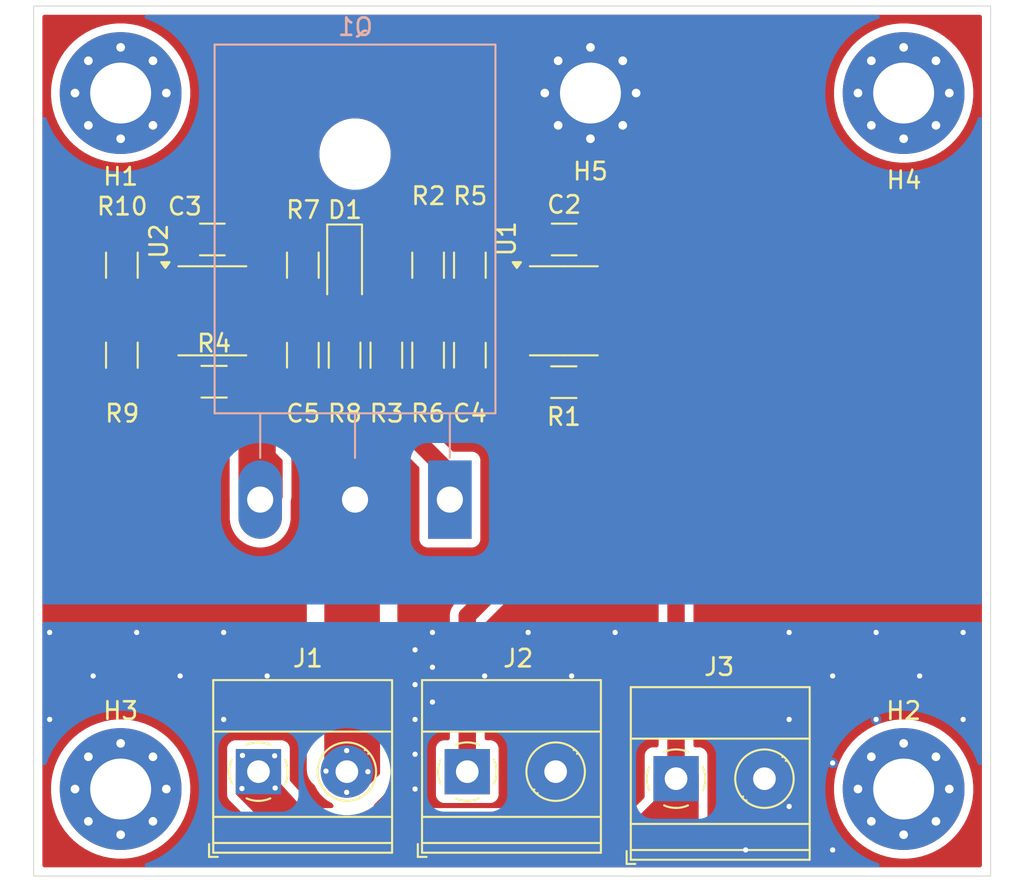
<source format=kicad_pcb>
(kicad_pcb (version 20241229) (generator "pcbnew") (generator_version "9.0")
  (layers (0 "F.Cu" signal) (2 "B.Cu" signal) (13 "F.Paste" user) (15 "B.Paste" user) (5 "F.SilkS" user "F.Silkscreen") (7 "B.SilkS" user "B.Silkscreen") (1 "F.Mask" user) (3 "B.Mask" user) (25 "Edge.Cuts" user))
  (net 0 "")
  (net 1 "+12V")
  (net 2 "GND")
  (net 3 "TH")
  (net 4 "Net-(Q1-B)")
  (net 5 "ISENCE")
  (net 6 "Net-(D1-A)")
  (net 7 "Net-(R2-Pad2)")
  (net 8 "Net-(U1A--)")
  (net 9 "Net-(U2B-+)")
  (net 10 "Net-(U2A--)")
  (net 11 "Net-(U2B--)")
  (net 13 "Net-(U1B-+)")
  (net 14 "Net-(D1-K)")
  (net 19 "HEATER")
  (footprint "Resistor_SMD:R_1206_3216Metric_Pad1.30x1.75mm_HandSolder" (layer "F.Cu") (at 114.55 63.8925 -90)
    (property "Reference" "R7" (at -3.1775 -0.02 0) (layer "F.SilkS"))
    (property "Value" "R")
    (fp_line (start -0.727064 0.91) (end 0.727064 0.91) (stroke (width 0.12)) (layer "F.SilkS"))
    (fp_line (start -0.727064 -0.91) (end 0.727064 -0.91) (stroke (width 0.12)) (layer "F.SilkS"))
    (pad "1" smd roundrect (at -1.55 0 270) (size 1.3 1.75) (layers "F.Cu" "F.Mask" "F.Paste") (roundrect_rratio 0.192308) (net 1 "+12V"))
    (pad "2" smd roundrect (at 1.55 0 270) (size 1.3 1.75) (layers "F.Cu" "F.Mask" "F.Paste") (roundrect_rratio 0.192308) (net 9 "Net-(U2B-+)"))
  )
  (footprint "MountingHole:MountingHole_3.5mm_Pad_Via" (layer "F.Cu") (at 149.08 54)
    (property "Reference" "H4" (at 0.02 5 0) (layer "F.SilkS"))
    (property "Value" "MountingHole_Pad")
    (pad "1" thru_hole circle (at -2.625 0) (size 0.8 0.8) (drill 0.5) (layers "*.Cu" "*.Mask"))
    (pad "1" thru_hole circle (at -1.856155 -1.856155) (size 0.8 0.8) (drill 0.5) (layers "*.Cu" "*.Mask"))
    (pad "1" thru_hole circle (at -1.856155 1.856155) (size 0.8 0.8) (drill 0.5) (layers "*.Cu" "*.Mask"))
    (pad "1" thru_hole circle (at 0 -2.625) (size 0.8 0.8) (drill 0.5) (layers "*.Cu" "*.Mask"))
    (pad "1" thru_hole circle (at 0 0) (size 7 7) (drill 3.5) (layers "*.Cu" "*.Mask"))
    (pad "1" thru_hole circle (at 0 2.625) (size 0.8 0.8) (drill 0.5) (layers "*.Cu" "*.Mask"))
    (pad "1" thru_hole circle (at 1.856155 -1.856155) (size 0.8 0.8) (drill 0.5) (layers "*.Cu" "*.Mask"))
    (pad "1" thru_hole circle (at 1.856155 1.856155) (size 0.8 0.8) (drill 0.5) (layers "*.Cu" "*.Mask"))
    (pad "1" thru_hole circle (at 2.625 0) (size 0.8 0.8) (drill 0.5) (layers "*.Cu" "*.Mask"))
  )
  (footprint "Resistor_SMD:R_1206_3216Metric_Pad1.30x1.75mm_HandSolder" (layer "F.Cu") (at 104.15 63.8925 90)
    (property "Reference" "R10" (at 3.3775 0.02 0) (layer "F.SilkS"))
    (property "Value" "R")
    (fp_line (start -0.727064 -0.91) (end 0.727064 -0.91) (stroke (width 0.12)) (layer "F.SilkS"))
    (fp_line (start -0.727064 0.91) (end 0.727064 0.91) (stroke (width 0.12)) (layer "F.SilkS"))
    (pad "1" smd roundrect (at -1.55 0 90) (size 1.3 1.75) (layers "F.Cu" "F.Mask" "F.Paste") (roundrect_rratio 0.192308) (net 10 "Net-(U2A--)"))
    (pad "2" smd roundrect (at 1.55 0 90) (size 1.3 1.75) (layers "F.Cu" "F.Mask" "F.Paste") (roundrect_rratio 0.192308) (net 11 "Net-(U2B--)"))
  )
  (footprint "TerminalBlock_Phoenix:TerminalBlock_Phoenix_MKDS-1,5-2-5.08_1x02_P5.08mm_Horizontal" (layer "F.Cu") (at 124 93)
    (property "Reference" "J2" (at 2.93 -6.51 0) (layer "F.SilkS"))
    (property "Value" "Conn_01x02")
    (fp_line (start -2.84 4.16) (end -2.84 4.9) (stroke (width 0.12)) (layer "F.SilkS"))
    (fp_line (start -2.84 4.9) (end -2.34 4.9) (stroke (width 0.12)) (layer "F.SilkS"))
    (fp_line (start -2.6 -5.261) (end -2.6 4.66) (stroke (width 0.12)) (layer "F.SilkS"))
    (fp_line (start -2.6 -5.261) (end 7.68 -5.261) (stroke (width 0.12)) (layer "F.SilkS"))
    (fp_line (start -2.6 -2.301) (end 7.68 -2.301) (stroke (width 0.12)) (layer "F.SilkS"))
    (fp_line (start -2.6 2.6) (end 7.68 2.6) (stroke (width 0.12)) (layer "F.SilkS"))
    (fp_line (start -2.6 4.1) (end 7.68 4.1) (stroke (width 0.12)) (layer "F.SilkS"))
    (fp_line (start -2.6 4.66) (end 7.68 4.66) (stroke (width 0.12)) (layer "F.SilkS"))
    (fp_line (start 3.853 1.023) (end 3.806 1.069) (stroke (width 0.12)) (layer "F.SilkS"))
    (fp_line (start 4.046 1.239) (end 4.011 1.274) (stroke (width 0.12)) (layer "F.SilkS"))
    (fp_line (start 6.15 -1.275) (end 6.115 -1.239) (stroke (width 0.12)) (layer "F.SilkS"))
    (fp_line (start 6.355 -1.069) (end 6.308 -1.023) (stroke (width 0.12)) (layer "F.SilkS"))
    (fp_line (start 7.68 -5.261) (end 7.68 4.66) (stroke (width 0.12)) (layer "F.SilkS"))
    (fp_arc (start -1.535427 0.683042) (mid -1.680501 -0.000524) (end -1.535 -0.684) (stroke (width 0.12)) (layer "F.SilkS"))
    (fp_arc (start -0.683042 -1.535427) (mid 0.000524 -1.680501) (end 0.684 -1.535) (stroke (width 0.12)) (layer "F.SilkS"))
    (fp_arc (start 0.028805 1.680253) (mid -0.335551 1.646659) (end -0.684 1.535) (stroke (width 0.12)) (layer "F.SilkS"))
    (fp_arc (start 0.683318 1.534756) (mid 0.349292 1.643288) (end 0 1.68) (stroke (width 0.12)) (layer "F.SilkS"))
    (fp_arc (start 1.535427 -0.683042) (mid 1.680501 0.000524) (end 1.535 0.684) (stroke (width 0.12)) (layer "F.SilkS"))
    (fp_circle (center 5.08 0) (end 6.76 0) (stroke (width 0.12)) (fill no) (layer "F.SilkS"))
    (pad "1" thru_hole rect (at 0 0) (size 2.6 2.6) (drill 1.3) (layers "*.Cu" "*.Mask") (net 3 "TH"))
    (pad "2" thru_hole circle (at 5.08 0) (size 2.6 2.6) (drill 1.3) (layers "*.Cu" "*.Mask") (net 2 "GND"))
  )
  (footprint "Package_SO:SOIC-8_3.9x4.9mm_P1.27mm" (layer "F.Cu") (at 129.55 66.515)
    (property "Reference" "U1" (at -3.28 -4.14 270) (layer "F.SilkS"))
    (property "Value" "LM358")
    (fp_line (start 0 -2.56) (end -1.95 -2.56) (stroke (width 0.12)) (layer "F.SilkS"))
    (fp_line (start 0 -2.56) (end 1.95 -2.56) (stroke (width 0.12)) (layer "F.SilkS"))
    (fp_line (start 0 2.56) (end -1.95 2.56) (stroke (width 0.12)) (layer "F.SilkS"))
    (fp_line (start 0 2.56) (end 1.95 2.56) (stroke (width 0.12)) (layer "F.SilkS"))
    (fp_poly (pts (xy -2.7 -2.465) (xy -2.94 -2.795) (xy -2.46 -2.795) (xy -2.7 -2.465)) (stroke (width 0.12)) (fill yes) (layer "F.SilkS"))
    (pad "1" smd roundrect (at -2.475 -1.905) (size 1.95 0.6) (layers "F.Cu" "F.Mask" "F.Paste") (net 7 "Net-(R2-Pad2)"))
    (pad "2" smd roundrect (at -2.475 -0.635) (size 1.95 0.6) (layers "F.Cu" "F.Mask" "F.Paste") (net 8 "Net-(U1A--)"))
    (pad "3" smd roundrect (at -2.475 0.635) (size 1.95 0.6) (layers "F.Cu" "F.Mask" "F.Paste") (net 3 "TH"))
    (pad "4" smd roundrect (at -2.475 1.905) (size 1.95 0.6) (layers "F.Cu" "F.Mask" "F.Paste") (net 2 "GND"))
    (pad "5" smd roundrect (at 2.475 1.905) (size 1.95 0.6) (layers "F.Cu" "F.Mask" "F.Paste") (net 13 "Net-(U1B-+)"))
    (pad "6" smd roundrect (at 2.475 0.635) (size 1.95 0.6) (layers "F.Cu" "F.Mask" "F.Paste"))
    (pad "7" smd roundrect (at 2.475 -0.635) (size 1.95 0.6) (layers "F.Cu" "F.Mask" "F.Paste") (net 13 "Net-(U1B-+)"))
    (pad "8" smd roundrect (at 2.475 -1.905) (size 1.95 0.6) (layers "F.Cu" "F.Mask" "F.Paste") (net 1 "+12V"))
  )
  (footprint "MountingHole:MountingHole_3.5mm_Pad_Via" (layer "F.Cu") (at 149.08 94)
    (property "Reference" "H2" (at 0 -4.5 0) (layer "F.SilkS"))
    (property "Value" "MountingHole_Pad")
    (pad "1" thru_hole circle (at -2.625 0) (size 0.8 0.8) (drill 0.5) (layers "*.Cu" "*.Mask"))
    (pad "1" thru_hole circle (at -1.856155 -1.856155) (size 0.8 0.8) (drill 0.5) (layers "*.Cu" "*.Mask"))
    (pad "1" thru_hole circle (at -1.856155 1.856155) (size 0.8 0.8) (drill 0.5) (layers "*.Cu" "*.Mask"))
    (pad "1" thru_hole circle (at 0 -2.625) (size 0.8 0.8) (drill 0.5) (layers "*.Cu" "*.Mask"))
    (pad "1" thru_hole circle (at 0 0) (size 7 7) (drill 3.5) (layers "*.Cu" "*.Mask"))
    (pad "1" thru_hole circle (at 0 2.625) (size 0.8 0.8) (drill 0.5) (layers "*.Cu" "*.Mask"))
    (pad "1" thru_hole circle (at 1.856155 -1.856155) (size 0.8 0.8) (drill 0.5) (layers "*.Cu" "*.Mask"))
    (pad "1" thru_hole circle (at 1.856155 1.856155) (size 0.8 0.8) (drill 0.5) (layers "*.Cu" "*.Mask"))
    (pad "1" thru_hole circle (at 2.625 0) (size 0.8 0.8) (drill 0.5) (layers "*.Cu" "*.Mask"))
  )
  (footprint "Capacitor_SMD:C_1206_3216Metric_Pad1.33x1.80mm_HandSolder" (layer "F.Cu") (at 124.15 69.065 90)
    (property "Reference" "C4" (at -3.34 0 0) (layer "F.SilkS"))
    (property "Value" "C")
    (fp_line (start -0.711252 -0.91) (end 0.711252 -0.91) (stroke (width 0.12)) (layer "F.SilkS"))
    (fp_line (start -0.711252 0.91) (end 0.711252 0.91) (stroke (width 0.12)) (layer "F.SilkS"))
    (pad "1" smd roundrect (at -1.5625 0 90) (size 1.325 1.8) (layers "F.Cu" "F.Mask" "F.Paste") (roundrect_rratio 0.188679) (net 2 "GND"))
    (pad "2" smd roundrect (at 1.5625 0 90) (size 1.325 1.8) (layers "F.Cu" "F.Mask" "F.Paste") (roundrect_rratio 0.188679) (net 8 "Net-(U1A--)"))
  )
  (footprint "Resistor_SMD:R_1206_3216Metric_Pad1.30x1.75mm_HandSolder" (layer "F.Cu") (at 124.15 63.8925 -90)
    (property "Reference" "R5" (at -3.9775 -0.02 0) (layer "F.SilkS"))
    (property "Value" "R")
    (fp_line (start -0.727064 0.91) (end 0.727064 0.91) (stroke (width 0.12)) (layer "F.SilkS"))
    (fp_line (start -0.727064 -0.91) (end 0.727064 -0.91) (stroke (width 0.12)) (layer "F.SilkS"))
    (pad "1" smd roundrect (at -1.55 0 270) (size 1.3 1.75) (layers "F.Cu" "F.Mask" "F.Paste") (roundrect_rratio 0.192308) (net 1 "+12V"))
    (pad "2" smd roundrect (at 1.55 0 270) (size 1.3 1.75) (layers "F.Cu" "F.Mask" "F.Paste") (roundrect_rratio 0.192308) (net 8 "Net-(U1A--)"))
  )
  (footprint "Capacitor_SMD:C_1206_3216Metric_Pad1.33x1.80mm_HandSolder" (layer "F.Cu") (at 109.35 62.415 180)
    (property "Reference" "C3" (at 1.58 1.9 0) (layer "F.SilkS"))
    (property "Value" "C")
    (fp_line (start -0.711252 0.91) (end 0.711252 0.91) (stroke (width 0.12)) (layer "F.SilkS"))
    (fp_line (start -0.711252 -0.91) (end 0.711252 -0.91) (stroke (width 0.12)) (layer "F.SilkS"))
    (pad "1" smd roundrect (at -1.5625 0 180) (size 1.325 1.8) (layers "F.Cu" "F.Mask" "F.Paste") (roundrect_rratio 0.188679) (net 1 "+12V"))
    (pad "2" smd roundrect (at 1.5625 0 180) (size 1.325 1.8) (layers "F.Cu" "F.Mask" "F.Paste") (roundrect_rratio 0.188679) (net 2 "GND"))
  )
  (footprint "MountingHole:MountingHole_3.5mm_Pad_Via" (layer "F.Cu") (at 131.08 54 180)
    (property "Reference" "H5" (at 0 -4.5 0) (layer "F.SilkS"))
    (property "Value" "MountingHole_Pad")
    (pad "1" thru_hole circle (at -2.625 0 180) (size 0.8 0.8) (drill 0.5) (layers "*.Cu" "*.Mask") (net 19 "HEATER"))
    (pad "1" thru_hole circle (at -1.856155 -1.856155 180) (size 0.8 0.8) (drill 0.5) (layers "*.Cu" "*.Mask") (net 19 "HEATER"))
    (pad "1" thru_hole circle (at -1.856155 1.856155 180) (size 0.8 0.8) (drill 0.5) (layers "*.Cu" "*.Mask") (net 19 "HEATER"))
    (pad "1" thru_hole circle (at 0 -2.625 180) (size 0.8 0.8) (drill 0.5) (layers "*.Cu" "*.Mask") (net 19 "HEATER"))
    (pad "1" thru_hole circle (at 0 0 180) (size 7 7) (drill 3.5) (layers "*.Cu" "*.Mask") (net 19 "HEATER"))
    (pad "1" thru_hole circle (at 0 2.625 180) (size 0.8 0.8) (drill 0.5) (layers "*.Cu" "*.Mask") (net 19 "HEATER"))
    (pad "1" thru_hole circle (at 1.856155 -1.856155 180) (size 0.8 0.8) (drill 0.5) (layers "*.Cu" "*.Mask") (net 19 "HEATER"))
    (pad "1" thru_hole circle (at 1.856155 1.856155 180) (size 0.8 0.8) (drill 0.5) (layers "*.Cu" "*.Mask") (net 19 "HEATER"))
    (pad "1" thru_hole circle (at 2.625 0 180) (size 0.8 0.8) (drill 0.5) (layers "*.Cu" "*.Mask") (net 19 "HEATER"))
  )
  (footprint "Resistor_SMD:R_1206_3216Metric_Pad1.30x1.75mm_HandSolder" (layer "F.Cu") (at 109.45 70.59 180)
    (property "Reference" "R4" (at 0 2.2 0) (layer "F.SilkS"))
    (property "Value" "R")
    (fp_line (start -0.727064 0.91) (end 0.727064 0.91) (stroke (width 0.12)) (layer "F.SilkS"))
    (fp_line (start -0.727064 -0.91) (end 0.727064 -0.91) (stroke (width 0.12)) (layer "F.SilkS"))
    (pad "1" smd roundrect (at -1.55 0 180) (size 1.3 1.75) (layers "F.Cu" "F.Mask" "F.Paste") (roundrect_rratio 0.192308) (net 5 "ISENCE"))
    (pad "2" smd roundrect (at 1.55 0 180) (size 1.3 1.75) (layers "F.Cu" "F.Mask" "F.Paste") (roundrect_rratio 0.192308) (net 2 "GND"))
  )
  (footprint "MountingHole:MountingHole_3.5mm_Pad_Via" (layer "F.Cu") (at 104.08 94)
    (property "Reference" "H3" (at 0 -4.5 0) (layer "F.SilkS"))
    (property "Value" "MountingHole_Pad")
    (pad "1" thru_hole circle (at -2.625 0) (size 0.8 0.8) (drill 0.5) (layers "*.Cu" "*.Mask"))
    (pad "1" thru_hole circle (at -1.856155 -1.856155) (size 0.8 0.8) (drill 0.5) (layers "*.Cu" "*.Mask"))
    (pad "1" thru_hole circle (at -1.856155 1.856155) (size 0.8 0.8) (drill 0.5) (layers "*.Cu" "*.Mask"))
    (pad "1" thru_hole circle (at 0 -2.625) (size 0.8 0.8) (drill 0.5) (layers "*.Cu" "*.Mask"))
    (pad "1" thru_hole circle (at 0 0) (size 7 7) (drill 3.5) (layers "*.Cu" "*.Mask"))
    (pad "1" thru_hole circle (at 0 2.625) (size 0.8 0.8) (drill 0.5) (layers "*.Cu" "*.Mask"))
    (pad "1" thru_hole circle (at 1.856155 -1.856155) (size 0.8 0.8) (drill 0.5) (layers "*.Cu" "*.Mask"))
    (pad "1" thru_hole circle (at 1.856155 1.856155) (size 0.8 0.8) (drill 0.5) (layers "*.Cu" "*.Mask"))
    (pad "1" thru_hole circle (at 2.625 0) (size 0.8 0.8) (drill 0.5) (layers "*.Cu" "*.Mask"))
  )
  (footprint "Capacitor_SMD:C_1206_3216Metric_Pad1.33x1.80mm_HandSolder" (layer "F.Cu") (at 129.57 62.415 180)
    (property "Reference" "C2" (at 0 2 0) (layer "F.SilkS"))
    (property "Value" "C")
    (fp_line (start -0.711252 0.91) (end 0.711252 0.91) (stroke (width 0.12)) (layer "F.SilkS"))
    (fp_line (start -0.711252 -0.91) (end 0.711252 -0.91) (stroke (width 0.12)) (layer "F.SilkS"))
    (pad "1" smd roundrect (at -1.5625 0 180) (size 1.325 1.8) (layers "F.Cu" "F.Mask" "F.Paste") (roundrect_rratio 0.188679) (net 1 "+12V"))
    (pad "2" smd roundrect (at 1.5625 0 180) (size 1.325 1.8) (layers "F.Cu" "F.Mask" "F.Paste") (roundrect_rratio 0.188679) (net 2 "GND"))
  )
  (footprint "Resistor_SMD:R_1206_3216Metric_Pad1.30x1.75mm_HandSolder" (layer "F.Cu") (at 121.75 63.8925 -90)
    (property "Reference" "R2" (at -3.9775 -0.02 0) (layer "F.SilkS"))
    (property "Value" "R")
    (fp_line (start -0.727064 0.91) (end 0.727064 0.91) (stroke (width 0.12)) (layer "F.SilkS"))
    (fp_line (start -0.727064 -0.91) (end 0.727064 -0.91) (stroke (width 0.12)) (layer "F.SilkS"))
    (pad "1" smd roundrect (at -1.55 0 270) (size 1.3 1.75) (layers "F.Cu" "F.Mask" "F.Paste") (roundrect_rratio 0.192308) (net 6 "Net-(D1-A)"))
    (pad "2" smd roundrect (at 1.55 0 270) (size 1.3 1.75) (layers "F.Cu" "F.Mask" "F.Paste") (roundrect_rratio 0.192308) (net 7 "Net-(R2-Pad2)"))
  )
  (footprint "Package_SO:SOIC-8_3.9x4.9mm_P1.27mm" (layer "F.Cu") (at 109.35 66.515)
    (property "Reference" "U2" (at -3.08 -4 90) (layer "F.SilkS"))
    (property "Value" "LM358")
    (fp_line (start 0 -2.56) (end -1.95 -2.56) (stroke (width 0.12)) (layer "F.SilkS"))
    (fp_line (start 0 -2.56) (end 1.95 -2.56) (stroke (width 0.12)) (layer "F.SilkS"))
    (fp_line (start 0 2.56) (end -1.95 2.56) (stroke (width 0.12)) (layer "F.SilkS"))
    (fp_line (start 0 2.56) (end 1.95 2.56) (stroke (width 0.12)) (layer "F.SilkS"))
    (fp_poly (pts (xy -2.7 -2.465) (xy -2.94 -2.795) (xy -2.46 -2.795) (xy -2.7 -2.465)) (stroke (width 0.12)) (fill yes) (layer "F.SilkS"))
    (pad "1" smd roundrect (at -2.475 -1.905) (size 1.95 0.6) (layers "F.Cu" "F.Mask" "F.Paste") (net 11 "Net-(U2B--)"))
    (pad "2" smd roundrect (at -2.475 -0.635) (size 1.95 0.6) (layers "F.Cu" "F.Mask" "F.Paste") (net 10 "Net-(U2A--)"))
    (pad "3" smd roundrect (at -2.475 0.635) (size 1.95 0.6) (layers "F.Cu" "F.Mask" "F.Paste") (net 5 "ISENCE"))
    (pad "4" smd roundrect (at -2.475 1.905) (size 1.95 0.6) (layers "F.Cu" "F.Mask" "F.Paste") (net 2 "GND"))
    (pad "5" smd roundrect (at 2.475 1.905) (size 1.95 0.6) (layers "F.Cu" "F.Mask" "F.Paste") (net 9 "Net-(U2B-+)"))
    (pad "6" smd roundrect (at 2.475 0.635) (size 1.95 0.6) (layers "F.Cu" "F.Mask" "F.Paste") (net 11 "Net-(U2B--)"))
    (pad "7" smd roundrect (at 2.475 -0.635) (size 1.95 0.6) (layers "F.Cu" "F.Mask" "F.Paste") (net 14 "Net-(D1-K)"))
    (pad "8" smd roundrect (at 2.475 -1.905) (size 1.95 0.6) (layers "F.Cu" "F.Mask" "F.Paste") (net 1 "+12V"))
  )
  (footprint "TerminalBlock_Phoenix:TerminalBlock_Phoenix_MKDS-1,5-2-5.08_1x02_P5.08mm_Horizontal" (layer "F.Cu") (at 136 93.405)
    (property "Reference" "J3" (at 2.48 -6.425 0) (layer "F.SilkS"))
    (property "Value" "Conn_01x02")
    (fp_line (start -2.84 4.16) (end -2.84 4.9) (stroke (width 0.12)) (layer "F.SilkS"))
    (fp_line (start -2.84 4.9) (end -2.34 4.9) (stroke (width 0.12)) (layer "F.SilkS"))
    (fp_line (start -2.6 -5.261) (end -2.6 4.66) (stroke (width 0.12)) (layer "F.SilkS"))
    (fp_line (start -2.6 -5.261) (end 7.68 -5.261) (stroke (width 0.12)) (layer "F.SilkS"))
    (fp_line (start -2.6 -2.301) (end 7.68 -2.301) (stroke (width 0.12)) (layer "F.SilkS"))
    (fp_line (start -2.6 2.6) (end 7.68 2.6) (stroke (width 0.12)) (layer "F.SilkS"))
    (fp_line (start -2.6 4.1) (end 7.68 4.1) (stroke (width 0.12)) (layer "F.SilkS"))
    (fp_line (start -2.6 4.66) (end 7.68 4.66) (stroke (width 0.12)) (layer "F.SilkS"))
    (fp_line (start 3.853 1.023) (end 3.806 1.069) (stroke (width 0.12)) (layer "F.SilkS"))
    (fp_line (start 4.046 1.239) (end 4.011 1.274) (stroke (width 0.12)) (layer "F.SilkS"))
    (fp_line (start 6.15 -1.275) (end 6.115 -1.239) (stroke (width 0.12)) (layer "F.SilkS"))
    (fp_line (start 6.355 -1.069) (end 6.308 -1.023) (stroke (width 0.12)) (layer "F.SilkS"))
    (fp_line (start 7.68 -5.261) (end 7.68 4.66) (stroke (width 0.12)) (layer "F.SilkS"))
    (fp_arc (start -1.535427 0.683042) (mid -1.680501 -0.000524) (end -1.535 -0.684) (stroke (width 0.12)) (layer "F.SilkS"))
    (fp_arc (start -0.683042 -1.535427) (mid 0.000524 -1.680501) (end 0.684 -1.535) (stroke (width 0.12)) (layer "F.SilkS"))
    (fp_arc (start 0.028805 1.680253) (mid -0.335551 1.646659) (end -0.684 1.535) (stroke (width 0.12)) (layer "F.SilkS"))
    (fp_arc (start 0.683318 1.534756) (mid 0.349292 1.643288) (end 0 1.68) (stroke (width 0.12)) (layer "F.SilkS"))
    (fp_arc (start 1.535427 -0.683042) (mid 1.680501 0.000524) (end 1.535 0.684) (stroke (width 0.12)) (layer "F.SilkS"))
    (fp_circle (center 5.08 0) (end 6.76 0) (stroke (width 0.12)) (fill no) (layer "F.SilkS"))
    (pad "1" thru_hole rect (at 0 0) (size 2.6 2.6) (drill 1.3) (layers "*.Cu" "*.Mask") (net 1 "+12V"))
    (pad "2" thru_hole circle (at 5.08 0) (size 2.6 2.6) (drill 1.3) (layers "*.Cu" "*.Mask") (net 2 "GND"))
  )
  (footprint "Diode_SMD:D_SOD-123" (layer "F.Cu") (at 116.95 63.915 -90)
    (property "Reference" "D1" (at -3.2 -0.02 0) (layer "F.SilkS"))
    (property "Value" "1N4148W")
    (fp_line (start -2.36 1) (end 1.65 1) (stroke (width 0.12)) (layer "F.SilkS"))
    (fp_line (start -2.36 -1) (end -2.36 1) (stroke (width 0.12)) (layer "F.SilkS"))
    (fp_line (start -2.36 -1) (end 1.65 -1) (stroke (width 0.12)) (layer "F.SilkS"))
    (pad "1" smd roundrect (at -1.65 0 270) (size 0.9 1.2) (layers "F.Cu" "F.Mask" "F.Paste") (net 14 "Net-(D1-K)"))
    (pad "2" smd roundrect (at 1.65 0 270) (size 0.9 1.2) (layers "F.Cu" "F.Mask" "F.Paste") (net 6 "Net-(D1-A)"))
  )
  (footprint "Resistor_SMD:R_1206_3216Metric_Pad1.30x1.75mm_HandSolder" (layer "F.Cu") (at 121.75 69.065 -90)
    (property "Reference" "R6" (at 3.34 0 180) (layer "F.SilkS"))
    (property "Value" "R")
    (fp_line (start -0.727064 0.91) (end 0.727064 0.91) (stroke (width 0.12)) (layer "F.SilkS"))
    (fp_line (start -0.727064 -0.91) (end 0.727064 -0.91) (stroke (width 0.12)) (layer "F.SilkS"))
    (pad "1" smd roundrect (at -1.55 0 270) (size 1.3 1.75) (layers "F.Cu" "F.Mask" "F.Paste") (roundrect_rratio 0.192308) (net 8 "Net-(U1A--)"))
    (pad "2" smd roundrect (at 1.55 0 270) (size 1.3 1.75) (layers "F.Cu" "F.Mask" "F.Paste") (roundrect_rratio 0.192308) (net 2 "GND"))
  )
  (footprint "Resistor_SMD:R_1206_3216Metric_Pad1.30x1.75mm_HandSolder" (layer "F.Cu") (at 129.55 70.615 180)
    (property "Reference" "R1" (at 0 -1.99 180) (layer "F.SilkS"))
    (property "Value" "R")
    (fp_line (start -0.727064 0.91) (end 0.727064 0.91) (stroke (width 0.12)) (layer "F.SilkS"))
    (fp_line (start -0.727064 -0.91) (end 0.727064 -0.91) (stroke (width 0.12)) (layer "F.SilkS"))
    (pad "1" smd roundrect (at -1.55 0 180) (size 1.3 1.75) (layers "F.Cu" "F.Mask" "F.Paste") (roundrect_rratio 0.192308) (net 1 "+12V"))
    (pad "2" smd roundrect (at 1.55 0 180) (size 1.3 1.75) (layers "F.Cu" "F.Mask" "F.Paste") (roundrect_rratio 0.192308) (net 3 "TH"))
  )
  (footprint "Resistor_SMD:R_1206_3216Metric_Pad1.30x1.75mm_HandSolder" (layer "F.Cu") (at 104.15 69.065 90)
    (property "Reference" "R9" (at -3.35 0.02 0) (layer "F.SilkS"))
    (property "Value" "R")
    (fp_line (start -0.727064 -0.91) (end 0.727064 -0.91) (stroke (width 0.12)) (layer "F.SilkS"))
    (fp_line (start -0.727064 0.91) (end 0.727064 0.91) (stroke (width 0.12)) (layer "F.SilkS"))
    (pad "1" smd roundrect (at -1.55 0 90) (size 1.3 1.75) (layers "F.Cu" "F.Mask" "F.Paste") (roundrect_rratio 0.192308) (net 2 "GND"))
    (pad "2" smd roundrect (at 1.55 0 90) (size 1.3 1.75) (layers "F.Cu" "F.Mask" "F.Paste") (roundrect_rratio 0.192308) (net 10 "Net-(U2A--)"))
  )
  (footprint "TerminalBlock_Phoenix:TerminalBlock_Phoenix_MKDS-1,5-2-5.08_1x02_P5.08mm_Horizontal" (layer "F.Cu") (at 112 93)
    (property "Reference" "J1" (at 2.84 -6.51 0) (layer "F.SilkS"))
    (property "Value" "Conn_01x02")
    (fp_line (start -2.84 4.16) (end -2.84 4.9) (stroke (width 0.12)) (layer "F.SilkS"))
    (fp_line (start -2.84 4.9) (end -2.34 4.9) (stroke (width 0.12)) (layer "F.SilkS"))
    (fp_line (start -2.6 -5.261) (end -2.6 4.66) (stroke (width 0.12)) (layer "F.SilkS"))
    (fp_line (start -2.6 -5.261) (end 7.68 -5.261) (stroke (width 0.12)) (layer "F.SilkS"))
    (fp_line (start -2.6 -2.301) (end 7.68 -2.301) (stroke (width 0.12)) (layer "F.SilkS"))
    (fp_line (start -2.6 2.6) (end 7.68 2.6) (stroke (width 0.12)) (layer "F.SilkS"))
    (fp_line (start -2.6 4.1) (end 7.68 4.1) (stroke (width 0.12)) (layer "F.SilkS"))
    (fp_line (start -2.6 4.66) (end 7.68 4.66) (stroke (width 0.12)) (layer "F.SilkS"))
    (fp_line (start 3.853 1.023) (end 3.806 1.069) (stroke (width 0.12)) (layer "F.SilkS"))
    (fp_line (start 4.046 1.239) (end 4.011 1.274) (stroke (width 0.12)) (layer "F.SilkS"))
    (fp_line (start 6.15 -1.275) (end 6.115 -1.239) (stroke (width 0.12)) (layer "F.SilkS"))
    (fp_line (start 6.355 -1.069) (end 6.308 -1.023) (stroke (width 0.12)) (layer "F.SilkS"))
    (fp_line (start 7.68 -5.261) (end 7.68 4.66) (stroke (width 0.12)) (layer "F.SilkS"))
    (fp_arc (start -1.535427 0.683042) (mid -1.680501 -0.000524) (end -1.535 -0.684) (stroke (width 0.12)) (layer "F.SilkS"))
    (fp_arc (start -0.683042 -1.535427) (mid 0.000524 -1.680501) (end 0.684 -1.535) (stroke (width 0.12)) (layer "F.SilkS"))
    (fp_arc (start 0.028805 1.680253) (mid -0.335551 1.646659) (end -0.684 1.535) (stroke (width 0.12)) (layer "F.SilkS"))
    (fp_arc (start 0.683318 1.534756) (mid 0.349292 1.643288) (end 0 1.68) (stroke (width 0.12)) (layer "F.SilkS"))
    (fp_arc (start 1.535427 -0.683042) (mid 1.680501 0.000524) (end 1.535 0.684) (stroke (width 0.12)) (layer "F.SilkS"))
    (fp_circle (center 5.08 0) (end 6.76 0) (stroke (width 0.12)) (fill no) (layer "F.SilkS"))
    (pad "1" thru_hole rect (at 0 0) (size 2.6 2.6) (drill 1.3) (layers "*.Cu" "*.Mask") (net 1 "+12V"))
    (pad "2" thru_hole oval (at 5.08 0) (size 3 3) (drill 1.3) (layers "*.Cu" "*.Mask") (net 19 "HEATER"))
  )
  (footprint "MountingHole:MountingHole_3.5mm_Pad_Via" (layer "F.Cu") (at 104.08 54)
    (property "Reference" "H1" (at 0 4.8 0) (layer "F.SilkS"))
    (property "Value" "MountingHole_Pad")
    (pad "1" thru_hole circle (at -2.625 0) (size 0.8 0.8) (drill 0.5) (layers "*.Cu" "*.Mask"))
    (pad "1" thru_hole circle (at -1.856155 -1.856155) (size 0.8 0.8) (drill 0.5) (layers "*.Cu" "*.Mask"))
    (pad "1" thru_hole circle (at -1.856155 1.856155) (size 0.8 0.8) (drill 0.5) (layers "*.Cu" "*.Mask"))
    (pad "1" thru_hole circle (at 0 -2.625) (size 0.8 0.8) (drill 0.5) (layers "*.Cu" "*.Mask"))
    (pad "1" thru_hole circle (at 0 0) (size 7 7) (drill 3.5) (layers "*.Cu" "*.Mask"))
    (pad "1" thru_hole circle (at 0 2.625) (size 0.8 0.8) (drill 0.5) (layers "*.Cu" "*.Mask"))
    (pad "1" thru_hole circle (at 1.856155 -1.856155) (size 0.8 0.8) (drill 0.5) (layers "*.Cu" "*.Mask"))
    (pad "1" thru_hole circle (at 1.856155 1.856155) (size 0.8 0.8) (drill 0.5) (layers "*.Cu" "*.Mask"))
    (pad "1" thru_hole circle (at 2.625 0) (size 0.8 0.8) (drill 0.5) (layers "*.Cu" "*.Mask"))
  )
  (footprint "Resistor_SMD:R_1206_3216Metric_Pad1.30x1.75mm_HandSolder" (layer "F.Cu") (at 116.95 69.065 -90)
    (property "Reference" "R8" (at 3.35 -0.02 0) (layer "F.SilkS"))
    (property "Value" "R")
    (fp_line (start -0.727064 0.91) (end 0.727064 0.91) (stroke (width 0.12)) (layer "F.SilkS"))
    (fp_line (start -0.727064 -0.91) (end 0.727064 -0.91) (stroke (width 0.12)) (layer "F.SilkS"))
    (pad "1" smd roundrect (at -1.55 0 270) (size 1.3 1.75) (layers "F.Cu" "F.Mask" "F.Paste") (roundrect_rratio 0.192308) (net 9 "Net-(U2B-+)"))
    (pad "2" smd roundrect (at 1.55 0 270) (size 1.3 1.75) (layers "F.Cu" "F.Mask" "F.Paste") (roundrect_rratio 0.192308) (net 2 "GND"))
  )
  (footprint "Capacitor_SMD:C_1206_3216Metric_Pad1.33x1.80mm_HandSolder" (layer "F.Cu") (at 114.55 69.065 -90)
    (property "Reference" "C5" (at 3.35 -0.02 0) (layer "F.SilkS"))
    (property "Value" "C")
    (fp_line (start -0.711252 0.91) (end 0.711252 0.91) (stroke (width 0.12)) (layer "F.SilkS"))
    (fp_line (start -0.711252 -0.91) (end 0.711252 -0.91) (stroke (width 0.12)) (layer "F.SilkS"))
    (pad "1" smd roundrect (at -1.5625 0 270) (size 1.325 1.8) (layers "F.Cu" "F.Mask" "F.Paste") (roundrect_rratio 0.188679) (net 9 "Net-(U2B-+)"))
    (pad "2" smd roundrect (at 1.5625 0 270) (size 1.325 1.8) (layers "F.Cu" "F.Mask" "F.Paste") (roundrect_rratio 0.188679) (net 2 "GND"))
  )
  (footprint "Resistor_SMD:R_1206_3216Metric_Pad1.30x1.75mm_HandSolder" (layer "F.Cu") (at 119.35 69.065 -90)
    (property "Reference" "R3" (at 3.35 -0.02 0) (layer "F.SilkS"))
    (property "Value" "R")
    (fp_line (start -0.727064 0.91) (end 0.727064 0.91) (stroke (width 0.12)) (layer "F.SilkS"))
    (fp_line (start -0.727064 -0.91) (end 0.727064 -0.91) (stroke (width 0.12)) (layer "F.SilkS"))
    (pad "1" smd roundrect (at -1.55 0 270) (size 1.3 1.75) (layers "F.Cu" "F.Mask" "F.Paste") (roundrect_rratio 0.192308) (net 6 "Net-(D1-A)"))
    (pad "2" smd roundrect (at 1.55 0 270) (size 1.3 1.75) (layers "F.Cu" "F.Mask" "F.Paste") (roundrect_rratio 0.192308) (net 4 "Net-(Q1-B)"))
  )
  (footprint "Package_TO_SOT_THT:TO-247-3_Horizontal_TabDown" (layer "B.Cu") (at 123 77.365 180)
    (property "Reference" "Q1" (at 5.43 27.165 0) (layer "B.SilkS") (effects (justify mirror)))
    (property "Value" "TIP3055G")
    (fp_line (start 13.52 26.15) (end -2.62 26.15) (stroke (width 0.12)) (layer "B.SilkS"))
    (fp_line (start 13.52 4.96) (end 13.52 26.15) (stroke (width 0.12)) (layer "B.SilkS"))
    (fp_line (start 13.52 4.96) (end -2.62 4.96) (stroke (width 0.12)) (layer "B.SilkS"))
    (fp_line (start 10.9 2.4) (end 10.9 4.96) (stroke (width 0.12)) (layer "B.SilkS"))
    (fp_line (start 5.45 2.4) (end 5.45 4.96) (stroke (width 0.12)) (layer "B.SilkS"))
    (fp_line (start 0 2.4) (end 0 4.96) (stroke (width 0.12)) (layer "B.SilkS"))
    (fp_line (start -2.62 4.96) (end -2.62 26.15) (stroke (width 0.12)) (layer "B.SilkS"))
    (pad "" np_thru_hole circle (at 5.45 19.86 180) (size 3.6 3.6) (drill 3.6) (layers "*.Cu" "*.Mask"))
    (pad "1" thru_hole rect (at 0 0 180) (size 2.5 4.5) (drill 1.5) (layers "*.Cu" "*.Mask") (net 4 "Net-(Q1-B)"))
    (pad "2" thru_hole oval (at 5.45 0 180) (size 2.5 4.5) (drill 1.5) (layers "*.Cu" "*.Mask") (net 19 "HEATER"))
    (pad "3" thru_hole oval (at 10.9 0 180) (size 2.5 4.5) (drill 1.5) (layers "*.Cu" "*.Mask") (net 5 "ISENCE"))
  )
  (gr_rect (start 99.08 49) (end 154.08 99) (stroke (width 0.05)) (fill no) (layer "Edge.Cuts"))
  (segment (start 131.1325 62.415) (end 131.1325 63.7175) (width 0.5) (layer "F.Cu") (net 1))
  (segment (start 131.19 62.39) (end 131.15 62.43) (width 1) (layer "F.Cu") (net 1))
  (segment (start 129.95 63.5975) (end 131.1325 62.415) (width 0.5) (layer "F.Cu") (net 1))
  (segment (start 111.825 63.3275) (end 110.9125 62.415) (width 0.5) (layer "F.Cu") (net 1))
  (segment (start 127.25995 63.805) (end 129.7425 63.805) (width 0.5) (layer "F.Cu") (net 1))
  (segment (start 111.82 60.2) (end 110.9125 61.1075) (width 0.5) (layer "F.Cu") (net 1))
  (segment (start 129.95 69.465) (end 129.95 63.5975) (width 0.5) (layer "F.Cu") (net 1))
  (segment (start 114.55 62.3425) (end 114.5425 62.35) (width 0.5) (layer "F.Cu") (net 1))
  (segment (start 126.557818 63.315) (end 126.76995 63.315) (width 0.5) (layer "F.Cu") (net 1))
  (segment (start 129.7425 63.805) (end 131.1325 62.415) (width 0.5) (layer "F.Cu") (net 1))
  (segment (start 136 93.405) (end 136 64.5) (width 1) (layer "F.Cu") (net 1))
  (segment (start 110.9775 62.35) (end 110.9125 62.415) (width 0.5) (layer "F.Cu") (net 1))
  (segment (start 133.89 62.39) (end 131.19 62.39) (width 1) (layer "F.Cu") (net 1))
  (segment (start 124.15 62.3425) (end 124.15 60.93) (width 0.5) (layer "F.Cu") (net 1))
  (segment (start 124.15 62.3425) (end 125.585318 62.3425) (width 0.5) (layer "F.Cu") (net 1))
  (segment (start 111.825 64.61) (end 111.825 63.3275) (width 0.5) (layer "F.Cu") (net 1))
  (segment (start 123.42 60.2) (end 111.82 60.2) (width 0.5) (layer "F.Cu") (net 1))
  (segment (start 125.585318 62.3425) (end 126.557818 63.315) (width 0.5) (layer "F.Cu") (net 1))
  (segment (start 131.1325 63.7175) (end 132.025 64.61) (width 0.5) (layer "F.Cu") (net 1))
  (segment (start 110.9125 61.1075) (end 110.9125 62.415) (width 0.5) (layer "F.Cu") (net 1))
  (segment (start 114.5425 62.35) (end 110.9775 62.35) (width 0.5) (layer "F.Cu") (net 1))
  (segment (start 124.15 60.93) (end 123.42 60.2) (width 0.5) (layer "F.Cu") (net 1))
  (segment (start 126.76995 63.315) (end 127.25995 63.805) (width 0.5) (layer "F.Cu") (net 1))
  (segment (start 131.1 70.615) (end 129.95 69.465) (width 0.5) (layer "F.Cu") (net 1))
  (segment (start 136 64.5) (end 133.89 62.39) (width 1) (layer "F.Cu") (net 1))
  (via (at 112.96 93.94) (size 0.6) (drill 0.3) (layers "F.Cu" "B.Cu") (net 1))
  (via (at 111.08 92.07) (size 0.6) (drill 0.3) (layers "F.Cu" "B.Cu") (net 1))
  (via (at 111.05 93.97) (size 0.6) (drill 0.3) (layers "F.Cu" "B.Cu") (net 1))
  (via (at 112.93 92.09) (size 0.6) (drill 0.3) (layers "F.Cu" "B.Cu") (net 1))
  (via (at 145 87.5) (size 0.6) (drill 0.3) (layers "F.Cu" "B.Cu") (net 2))
  (via (at 122 87) (size 0.6) (drill 0.3) (layers "F.Cu" "B.Cu") (net 2))
  (via (at 100 85) (size 0.6) (drill 0.3) (layers "F.Cu" "B.Cu") (net 2))
  (via (at 122 85) (size 0.6) (drill 0.3) (layers "F.Cu" "B.Cu") (net 2))
  (via (at 121 92) (size 0.6) (drill 0.3) (layers "F.Cu" "B.Cu") (net 2))
  (via (at 145 92.5) (size 0.6) (drill 0.3) (layers "F.Cu" "B.Cu") (net 2))
  (via (at 121 88) (size 0.6) (drill 0.3) (layers "F.Cu" "B.Cu") (net 2))
  (via (at 125 87.5) (size 0.6) (drill 0.3) (layers "F.Cu" "B.Cu") (net 2))
  (via (at 147.5 85) (size 0.6) (drill 0.3) (layers "F.Cu" "B.Cu") (net 2))
  (via (at 122 89) (size 0.6) (drill 0.3) (layers "F.Cu" "B.Cu") (net 2))
  (via (at 147.5 90) (size 0.6) (drill 0.3) (layers "F.Cu" "B.Cu") (net 2))
  (via (at 110 90) (size 0.6) (drill 0.3) (layers "F.Cu" "B.Cu") (net 2))
  (via (at 127.5 85) (size 0.6) (drill 0.3) (layers "F.Cu" "B.Cu") (net 2))
  (via (at 121 90) (size 0.6) (drill 0.3) (layers "F.Cu" "B.Cu") (net 2))
  (via (at 112.5 87.5) (size 0.6) (drill 0.3) (layers "F.Cu" "B.Cu") (net 2))
  (via (at 132.5 85) (size 0.6) (drill 0.3) (layers "F.Cu" "B.Cu") (net 2))
  (via (at 142.5 95) (size 0.6) (drill 0.3) (layers "F.Cu" "B.Cu") (net 2))
  (via (at 140 97.5) (size 0.6) (drill 0.3) (layers "F.Cu" "B.Cu") (net 2))
  (via (at 145 97.5) (size 0.6) (drill 0.3) (layers "F.Cu" "B.Cu") (net 2))
  (via (at 152.5 85) (size 0.6) (drill 0.3) (layers "F.Cu" "B.Cu") (net 2))
  (via (at 100 90) (size 0.6) (drill 0.3) (layers "F.Cu" "B.Cu") (net 2))
  (via (at 102.5 87.5) (size 0.6) (drill 0.3) (layers "F.Cu" "B.Cu") (net 2))
  (via (at 107.5 87.5) (size 0.6) (drill 0.3) (layers "F.Cu" "B.Cu") (net 2))
  (via (at 121 94) (size 0.6) (drill 0.3) (layers "F.Cu" "B.Cu") (net 2))
  (via (at 152.5 90) (size 0.6) (drill 0.3) (layers "F.Cu" "B.Cu") (net 2))
  (via (at 150 87.5) (size 0.6) (drill 0.3) (layers "F.Cu" "B.Cu") (net 2))
  (via (at 130 87.5) (size 0.6) (drill 0.3) (layers "F.Cu" "B.Cu") (net 2))
  (via (at 105 85) (size 0.6) (drill 0.3) (layers "F.Cu" "B.Cu") (net 2))
  (via (at 121 86) (size 0.6) (drill 0.3) (layers "F.Cu" "B.Cu") (net 2))
  (via (at 142.5 90) (size 0.6) (drill 0.3) (layers "F.Cu" "B.Cu") (net 2))
  (via (at 142.5 85) (size 0.6) (drill 0.3) (layers "F.Cu" "B.Cu") (net 2))
  (via (at 110 85) (size 0.6) (drill 0.3) (layers "F.Cu" "B.Cu") (net 2))
  (segment (start 128 70.615) (end 128.75 69.865) (width 0.5) (layer "F.Cu") (net 3))
  (segment (start 128.75 69.865) (end 128.75 67.705) (width 0.5) (layer "F.Cu") (net 3))
  (segment (start 124 93) (end 124 84.05) (width 1) (layer "F.Cu") (net 3))
  (segment (start 124 84.05) (end 128 80.05) (width 1) (layer "F.Cu") (net 3))
  (segment (start 128.75 67.705) (end 128.195 67.15) (width 0.5) (layer "F.Cu") (net 3))
  (segment (start 128.195 67.15) (end 127.075 67.15) (width 0.5) (layer "F.Cu") (net 3))
  (segment (start 128 80.05) (end 128 70.615) (width 1) (layer "F.Cu") (net 3))
  (segment (start 119.35 72.205) (end 119.35 70.615) (width 1) (layer "F.Cu") (net 4))
  (segment (start 123 75.855) (end 119.35 72.205) (width 1) (layer "F.Cu") (net 4))
  (segment (start 123 77.365) (end 123 75.855) (width 1) (layer "F.Cu") (net 4))
  (segment (start 109.115 69.565) (end 109.115 67.775002) (width 0.5) (layer "F.Cu") (net 5))
  (segment (start 111 70.59) (end 110.14 70.59) (width 0.5) (layer "F.Cu") (net 5))
  (segment (start 106.875 67.15) (end 108.489998 67.15) (width 0.5) (layer "F.Cu") (net 5))
  (segment (start 110.14 70.59) (end 109.115 69.565) (width 0.5) (layer "F.Cu") (net 5))
  (segment (start 108.489998 67.15) (end 109.115 67.775002) (width 0.5) (layer "F.Cu") (net 5))
  (segment (start 119.35 66.595) (end 119.35 67.515) (width 0.5) (layer "F.Cu") (net 6))
  (segment (start 118.32 65.565) (end 119.35 66.595) (width 0.5) (layer "F.Cu") (net 6))
  (segment (start 116.95 65.565) (end 118.32 65.565) (width 0.5) (layer "F.Cu") (net 6))
  (segment (start 119.35 67.515) (end 119.35 64.7425) (width 0.5) (layer "F.Cu") (net 6))
  (segment (start 119.35 64.7425) (end 121.75 62.3425) (width 0.5) (layer "F.Cu") (net 6))
  (segment (start 121.75 65.4425) (end 121.75 65.035) (width 0.5) (layer "F.Cu") (net 7))
  (segment (start 126.48 64.015) (end 127.075 64.61) (width 0.5) (layer "F.Cu") (net 7))
  (segment (start 122.77 64.015) (end 126.48 64.015) (width 0.5) (layer "F.Cu") (net 7))
  (segment (start 121.75 65.035) (end 122.77 64.015) (width 0.5) (layer "F.Cu") (net 7))
  (segment (start 125.3975 65.4425) (end 125.835 65.88) (width 0.5) (layer "F.Cu") (net 8))
  (segment (start 124.15 65.4425) (end 125.3975 65.4425) (width 0.5) (layer "F.Cu") (net 8))
  (segment (start 124.15 67.5025) (end 124.15 65.4425) (width 0.5) (layer "F.Cu") (net 8))
  (segment (start 121.75 67.515) (end 124.1375 67.515) (width 0.5) (layer "F.Cu") (net 8))
  (segment (start 125.835 65.88) (end 127.075 65.88) (width 0.5) (layer "F.Cu") (net 8))
  (segment (start 114.55 65.4425) (end 114.55 67.5025) (width 0.5) (layer "F.Cu") (net 9))
  (segment (start 116.95 67.515) (end 114.5625 67.515) (width 0.5) (layer "F.Cu") (net 9))
  (segment (start 111.825 68.42) (end 113.6325 68.42) (width 0.5) (layer "F.Cu") (net 9))
  (segment (start 113.6325 68.42) (end 114.55 67.5025) (width 0.5) (layer "F.Cu") (net 9))
  (segment (start 104.15 67.515) (end 104.15 65.4425) (width 0.5) (layer "F.Cu") (net 10))
  (segment (start 106.875 65.88) (end 104.5875 65.88) (width 0.5) (layer "F.Cu") (net 10))
  (segment (start 104.5875 65.88) (end 104.15 65.4425) (width 0.5) (layer "F.Cu") (net 10))
  (segment (start 110.389999 67.15) (end 111.825 67.15) (width 0.5) (layer "F.Cu") (net 11))
  (segment (start 106.875 64.61) (end 107.849999 64.61) (width 0.5) (layer "F.Cu") (net 11))
  (segment (start 107.849999 64.61) (end 110.389999 67.15) (width 0.5) (layer "F.Cu") (net 11))
  (segment (start 104.6075 62.3425) (end 106.875 64.61) (width 0.5) (layer "F.Cu") (net 11))
  (segment (start 133.335 68.42) (end 134.05 67.705) (width 0.5) (layer "F.Cu") (net 13))
  (segment (start 134.05 67.705) (end 134.05 66.505) (width 0.5) (layer "F.Cu") (net 13))
  (segment (start 134.05 66.505) (end 133.425 65.88) (width 0.5) (layer "F.Cu") (net 13))
  (segment (start 133.425 65.88) (end 132.025 65.88) (width 0.5) (layer "F.Cu") (net 13))
  (segment (start 132.025 68.42) (end 133.335 68.42) (width 0.5) (layer "F.Cu") (net 13))
  (segment (start 113.15 64.971262) (end 113.15 64.962044) (width 0.3) (layer "F.Cu") (net 14))
  (segment (start 112.241262 65.88) (end 113.15 64.971262) (width 0.3) (layer "F.Cu") (net 14))
  (segment (start 114.097044 64.015) (end 115.77 64.015) (width 0.3) (layer "F.Cu") (net 14))
  (segment (start 116.95 62.835) (end 116.95 62.265) (width 0.3) (layer "F.Cu") (net 14))
  (segment (start 115.77 64.015) (end 116.95 62.835) (width 0.3) (layer "F.Cu") (net 14))
  (segment (start 113.15 64.962044) (end 114.097044 64.015) (width 0.3) (layer "F.Cu") (net 14))
  (segment (start 117.55 77.365) (end 117.55 78.505) (width 1) (layer "F.Cu") (net 19))
  (via (at 118.29 93) (size 0.6) (drill 0.3) (layers "F.Cu" "B.Cu") (net 19))
  (via (at 115.88 92.97) (size 0.6) (drill 0.3) (layers "F.Cu" "B.Cu") (net 19))
  (via (at 117.07 94.19) (size 0.6) (drill 0.3) (layers "F.Cu" "B.Cu") (net 19))
  (via (at 117.07 91.79) (size 0.6) (drill 0.3) (layers "F.Cu" "B.Cu") (net 19))
  (zone (net 1) (net_name "+12V") (layer "F.Cu") (priority 2) (connect_pads yes (clearance 0.5)) (min_thickness 0.25) (fill yes (thermal_gap 0.5) (thermal_bridge_width 0.5) (smoothing chamfer))
    (polygon (pts (xy 110.7 93) (xy 110.7 94.3) (xy 113.6 97.2) (xy 136.4 97.2) (xy 137.3 96.3) (xy 137.3 93) (xy 134.7 93) (xy 134.7 94.705) (xy 133.9 95.5) (xy 133.8 95.6) (xy 115 95.6) (xy 112.65 93)))
  )
  (zone (net 19) (net_name "HEATER") (layer "F.Cu") (priority 5) (connect_pads yes (clearance 1)) (min_thickness 0.25) (fill yes (thermal_gap 0.5) (thermal_bridge_width 0.5) (smoothing chamfer))
    (polygon (pts (xy 117.08 93) (xy 115.78 93) (xy 115.78 88.69) (xy 115.79 80.94) (xy 116.28 80.45) (xy 116.3 75.59) (xy 116.76 75.14) (xy 117.84 75.1) (xy 118.2 75.1) (xy 118.96 75.86) (xy 118.97 79.04) (xy 118.99 90.74) (xy 118.99 93.13) (xy 117.87 94.25) (xy 116.98 94.25)))
  )
  (zone (net 2) (net_name "GND") (layer "F.Cu") (connect_pads yes (clearance 0.5)) (min_thickness 0.25) (fill yes (thermal_gap 0.5) (thermal_bridge_width 0.5) (smoothing chamfer))
    (polygon (pts (xy 99.1 99) (xy 99.1 49) (xy 154.1 49) (xy 154.1 99)))
  )
  (zone (net 5) (net_name "ISENCE") (layer "F.Cu") (priority 1) (connect_pads yes (clearance 0.5)) (min_thickness 0.25) (fill yes (thermal_gap 0.5) (thermal_bridge_width 0.5) (smoothing chamfer))
    (polygon (pts (xy 110.85 77.33) (xy 110.85 73.18) (xy 110.19 72.52) (xy 110.2 71.01) (xy 110.2 69.6) (xy 110.26 69.54) (xy 111.68 69.54) (xy 113 70.86) (xy 112.99 74.69) (xy 113.39 75.09) (xy 113.39 77.27) (xy 112.85 77.82) (xy 112.11 77.33)))
  )
  (zone (net 19) (net_name "HEATER") (layer "B.Cu") (priority 3) (connect_pads yes (clearance 1)) (min_thickness 0.25) (fill yes (thermal_gap 0.5) (thermal_bridge_width 0.5) (smoothing chamfer))
    (polygon (pts (xy 99.1 49) (xy 154.1 49) (xy 154.1 84.2) (xy 99.1 84.2)))
  )
  (zone (net 2) (net_name "GND") (layer "B.Cu") (priority 4) (connect_pads yes (clearance 1)) (min_thickness 0.25) (fill yes (thermal_gap 0.5) (thermal_bridge_width 0.5) (smoothing chamfer))
    (polygon (pts (xy 99.1 99) (xy 99.1 84.4) (xy 154.1 84.4) (xy 154.1 99)))
  )
)
</source>
